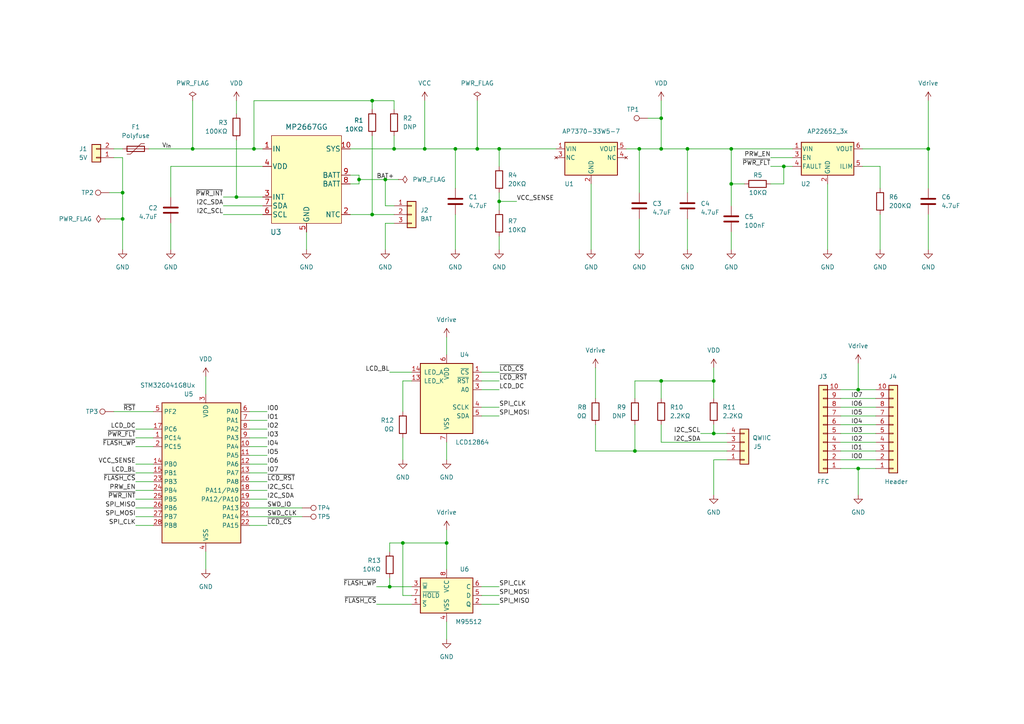
<source format=kicad_sch>
(kicad_sch (version 20230121) (generator eeschema)
  (paper "A4")
  (title_block (title "Klaptik-FX") (date "2023-08-17") (rev "0x03"))
  (lib_symbols
    (symbol "@jb:AP22652_3x" (pin_names (offset 0.254))
      (property "Reference" "U" (at -6.35 6.35 0))
      (property "Value" "AP22652_3x" (at -3.81 6.35 0))
      (symbol "AP22652_3x_0_1"
        (rectangle (start -7.62 4.445) (end 7.62 -5.08) (stroke (width 0.254)) (fill (type background)))
      )
      (symbol "AP22652_3x_1_0"
        (pin power_out line (at 10.16 2.54 180) (length 2.54) (name "VOUT") (number "6"))
      )
      (symbol "AP22652_3x_1_1"
        (pin power_in line (at -10.16 2.54 0) (length 2.54) (name "VIN") (number "1"))
        (pin power_in line (at 0 -7.62 90) (length 2.54) (name "GND") (number "2"))
        (pin input line (at -10.16 0 0) (length 2.54) (name "EN") (number "3"))
        (pin output line (at -10.16 -2.54 0) (length 2.54) (name "FAULT") (number "4"))
        (pin input line (at 10.16 -2.54 180) (length 2.54) (name "ILIM") (number "5"))
      )
    )
    (symbol "@jb:AP7370-33W5-7" (pin_names (offset 0.254))
      (property "Reference" "U" (at -6.35 6.35 0))
      (property "Value" "AP7370-33W5-7" (at -3.81 6.35 0))
      (symbol "AP7370-33W5-7_0_1"
        (rectangle (start -7.62 4.445) (end 7.62 -5.08) (stroke (width 0.254)) (fill (type background)))
      )
      (symbol "AP7370-33W5-7_1_1"
        (pin power_in line (at -10.16 2.54 0) (length 2.54) (name "VIN") (number "1"))
        (pin power_in line (at 0 -7.62 90) (length 2.54) (name "GND") (number "2"))
        (pin no_connect line (at -10.16 0 0) (length 2.54) (name "NC") (number "3"))
        (pin no_connect line (at 10.16 0 180) (length 2.54) (name "NC") (number "4"))
        (pin power_out line (at 10.16 2.54 180) (length 2.54) (name "VOUT") (number "5"))
      )
    )
    (symbol "@jb:LCD12864" (pin_names (offset 1.016))
      (property "Reference" "U" (at -5.842 11.684 0))
      (property "Value" "LCD12864" (at 1.524 11.684 0))
      (symbol "LCD12864_0_1"
        (rectangle (start -7.62 10.16) (end 7.62 -10.16) (stroke (width 0.254)) (fill (type background)))
      )
      (symbol "LCD12864_1_0"
        (pin no_connect line (at 10.16 1.27 180) (length 2.54) hide (name "NC") (number "12"))
      )
      (symbol "LCD12864_1_1"
        (pin input line (at -10.16 7.62 0) (length 2.54) (name "~{CS}") (number "1"))
        (pin no_connect line (at 10.16 -3.81 180) (length 2.54) hide (name "NC") (number "10"))
        (pin no_connect line (at 10.16 -1.27 180) (length 2.54) hide (name "NC") (number "11"))
        (pin output line (at 10.16 5.08 180) (length 2.54) (name "LED_K") (number "13"))
        (pin output line (at 10.16 7.62 180) (length 2.54) (name "LED_A") (number "14"))
        (pin input line (at -10.16 5.08 0) (length 2.54) (name "~{RST}") (number "2"))
        (pin input line (at -10.16 2.54 0) (length 2.54) (name "A0") (number "3"))
        (pin input line (at -10.16 -2.54 0) (length 2.54) (name "SCLK") (number "4"))
        (pin input line (at -10.16 -5.08 0) (length 2.54) (name "SDA") (number "5"))
        (pin power_in line (at 0 12.7 270) (length 2.54) (name "VDD") (number "6"))
        (pin power_in line (at 0 -12.7 90) (length 2.54) (name "VSS") (number "7"))
        (pin no_connect line (at 10.16 -8.89 180) (length 2.54) hide (name "NC") (number "8"))
        (pin no_connect line (at 10.16 -6.35 180) (length 2.54) hide (name "NC") (number "9"))
      )
    )
    (symbol "@jb:MP2667GG-xxxx-Z" (pin_names (offset 0.254))
      (property "Reference" "U" (at 2.54 17.78 0))
      (property "Value" "MP2667GG-xxxx-Z" (at 1.27 15.24 0))
      (symbol "MP2667GG-xxxx-Z_0_1"
        (rectangle (start -10.16 12.7) (end -10.16 12.7) (fill (type background)))
      )
      (symbol "MP2667GG-xxxx-Z_1_1"
        (rectangle (start -10.16 12.7) (end 10.16 -12.7) (fill (type background)))
        (pin power_in line (at -12.7 8.89 0) (length 2.54) (name "IN") (number "1"))
        (pin power_in line (at 12.7 8.89 180) (length 2.54) (name "SYS") (number "10"))
        (pin input line (at 12.7 -10.16 180) (length 2.54) (name "NTC") (number "2"))
        (pin output line (at -12.7 -5.08 0) (length 2.54) (name "INT") (number "3"))
        (pin input line (at -12.7 3.81 0) (length 2.54) (name "VDD") (number "4"))
        (pin power_in line (at 0 -15.24 90) (length 2.54) (name "GND") (number "5"))
        (pin bidirectional line (at -12.7 -10.16 0) (length 2.54) (name "SCL") (number "6"))
        (pin bidirectional line (at -12.7 -7.62 0) (length 2.54) (name "SDA") (number "7"))
        (pin power_in line (at 12.7 -1.27 180) (length 2.54) (name "BATT") (number "8"))
        (pin power_in line (at 12.7 1.27 180) (length 2.54) (name "BATT") (number "9"))
      )
    )
    (symbol "Connector:TestPoint" (pin_numbers hide) (pin_names (offset 0.762) hide)
      (property "Reference" "TP" (at 0 6.858 0))
      (property "Value" "TestPoint" (at 0 5.08 0))
      (symbol "TestPoint_0_1"
        (circle (center 0 3.302) (radius 0.762))
      )
      (symbol "TestPoint_1_1"
        (pin passive line (at 0 0 90) (length 2.54) (name "1") (number "1"))
      )
    )
    (symbol "Connector_Generic:Conn_01x02" (pin_names (offset 1.016) hide)
      (property "Reference" "J" (at 0 2.54 0))
      (property "Value" "Conn_01x02" (at 0 -5.08 0))
      (symbol "Conn_01x02_1_1"
        (rectangle (start -1.27 -2.413) (end 0 -2.667) (stroke (width 0.1524)))
        (rectangle (start -1.27 0.127) (end 0 -0.127) (stroke (width 0.1524)))
        (rectangle (start -1.27 1.27) (end 1.27 -3.81) (stroke (width 0.254)) (fill (type background)))
        (pin passive line (at -5.08 0 0) (length 3.81) (name "Pin_1") (number "1"))
        (pin passive line (at -5.08 -2.54 0) (length 3.81) (name "Pin_2") (number "2"))
      )
    )
    (symbol "Connector_Generic:Conn_01x03" (pin_names (offset 1.016) hide)
      (property "Reference" "J" (at 0 5.08 0))
      (property "Value" "Conn_01x03" (at 0 -5.08 0))
      (symbol "Conn_01x03_1_1"
        (rectangle (start -1.27 -2.413) (end 0 -2.667) (stroke (width 0.1524)))
        (rectangle (start -1.27 0.127) (end 0 -0.127) (stroke (width 0.1524)))
        (rectangle (start -1.27 2.667) (end 0 2.413) (stroke (width 0.1524)))
        (rectangle (start -1.27 3.81) (end 1.27 -3.81) (stroke (width 0.254)) (fill (type background)))
        (pin passive line (at -5.08 2.54 0) (length 3.81) (name "Pin_1") (number "1"))
        (pin passive line (at -5.08 0 0) (length 3.81) (name "Pin_2") (number "2"))
        (pin passive line (at -5.08 -2.54 0) (length 3.81) (name "Pin_3") (number "3"))
      )
    )
    (symbol "Connector_Generic:Conn_01x04" (pin_names (offset 1.016) hide)
      (property "Reference" "J" (at 0 5.08 0))
      (property "Value" "Conn_01x04" (at 0 -7.62 0))
      (symbol "Conn_01x04_1_1"
        (rectangle (start -1.27 -4.953) (end 0 -5.207) (stroke (width 0.1524)))
        (rectangle (start -1.27 -2.413) (end 0 -2.667) (stroke (width 0.1524)))
        (rectangle (start -1.27 0.127) (end 0 -0.127) (stroke (width 0.1524)))
        (rectangle (start -1.27 2.667) (end 0 2.413) (stroke (width 0.1524)))
        (rectangle (start -1.27 3.81) (end 1.27 -6.35) (stroke (width 0.254)) (fill (type background)))
        (pin passive line (at -5.08 2.54 0) (length 3.81) (name "Pin_1") (number "1"))
        (pin passive line (at -5.08 0 0) (length 3.81) (name "Pin_2") (number "2"))
        (pin passive line (at -5.08 -2.54 0) (length 3.81) (name "Pin_3") (number "3"))
        (pin passive line (at -5.08 -5.08 0) (length 3.81) (name "Pin_4") (number "4"))
      )
    )
    (symbol "Connector_Generic:Conn_01x10" (pin_names (offset 1.016) hide)
      (property "Reference" "J" (at 0 12.7 0))
      (property "Value" "Conn_01x10" (at 0 -15.24 0))
      (symbol "Conn_01x10_1_1"
        (rectangle (start -1.27 -12.573) (end 0 -12.827) (stroke (width 0.1524)))
        (rectangle (start -1.27 -10.033) (end 0 -10.287) (stroke (width 0.1524)))
        (rectangle (start -1.27 -7.493) (end 0 -7.747) (stroke (width 0.1524)))
        (rectangle (start -1.27 -4.953) (end 0 -5.207) (stroke (width 0.1524)))
        (rectangle (start -1.27 -2.413) (end 0 -2.667) (stroke (width 0.1524)))
        (rectangle (start -1.27 0.127) (end 0 -0.127) (stroke (width 0.1524)))
        (rectangle (start -1.27 2.667) (end 0 2.413) (stroke (width 0.1524)))
        (rectangle (start -1.27 5.207) (end 0 4.953) (stroke (width 0.1524)))
        (rectangle (start -1.27 7.747) (end 0 7.493) (stroke (width 0.1524)))
        (rectangle (start -1.27 10.287) (end 0 10.033) (stroke (width 0.1524)))
        (rectangle (start -1.27 11.43) (end 1.27 -13.97) (stroke (width 0.254)) (fill (type background)))
        (pin passive line (at -5.08 10.16 0) (length 3.81) (name "Pin_1") (number "1"))
        (pin passive line (at -5.08 -12.7 0) (length 3.81) (name "Pin_10") (number "10"))
        (pin passive line (at -5.08 7.62 0) (length 3.81) (name "Pin_2") (number "2"))
        (pin passive line (at -5.08 5.08 0) (length 3.81) (name "Pin_3") (number "3"))
        (pin passive line (at -5.08 2.54 0) (length 3.81) (name "Pin_4") (number "4"))
        (pin passive line (at -5.08 0 0) (length 3.81) (name "Pin_5") (number "5"))
        (pin passive line (at -5.08 -2.54 0) (length 3.81) (name "Pin_6") (number "6"))
        (pin passive line (at -5.08 -5.08 0) (length 3.81) (name "Pin_7") (number "7"))
        (pin passive line (at -5.08 -7.62 0) (length 3.81) (name "Pin_8") (number "8"))
        (pin passive line (at -5.08 -10.16 0) (length 3.81) (name "Pin_9") (number "9"))
      )
    )
    (symbol "Device:C" (pin_numbers hide) (pin_names (offset 0.254))
      (property "Reference" "C" (at 0.635 2.54 0))
      (property "Value" "C" (at 0.635 -2.54 0))
      (symbol "C_0_1"
        (polyline (pts (xy -2.032 -0.762) (xy 2.032 -0.762)) (stroke (width 0.508)))
        (polyline (pts (xy -2.032 0.762) (xy 2.032 0.762)) (stroke (width 0.508)))
      )
      (symbol "C_1_1"
        (pin passive line (at 0 3.81 270) (length 2.794) (name "~") (number "1"))
        (pin passive line (at 0 -3.81 90) (length 2.794) (name "~") (number "2"))
      )
    )
    (symbol "Device:Polyfuse" (pin_numbers hide) (pin_names (offset 0))
      (property "Reference" "F" (at -2.54 0 90))
      (property "Value" "Polyfuse" (at 2.54 0 90))
      (symbol "Polyfuse_0_1"
        (rectangle (start -0.762 2.54) (end 0.762 -2.54) (stroke (width 0.254)))
        (polyline (pts (xy 0 2.54) (xy 0 -2.54)))
        (polyline (pts (xy -1.524 2.54) (xy -1.524 1.524) (xy 1.524 -1.524) (xy 1.524 -2.54)))
      )
      (symbol "Polyfuse_1_1"
        (pin passive line (at 0 3.81 270) (length 1.27) (name "~") (number "1"))
        (pin passive line (at 0 -3.81 90) (length 1.27) (name "~") (number "2"))
      )
    )
    (symbol "Device:R" (pin_numbers hide) (pin_names (offset 0))
      (property "Reference" "R" (at 2.032 0 90))
      (property "Value" "R" (at 0 0 90))
      (symbol "R_0_1"
        (rectangle (start -1.016 -2.54) (end 1.016 2.54) (stroke (width 0.254)))
      )
      (symbol "R_1_1"
        (pin passive line (at 0 3.81 270) (length 1.27) (name "~") (number "1"))
        (pin passive line (at 0 -3.81 90) (length 1.27) (name "~") (number "2"))
      )
    )
    (symbol "MCU_ST_STM32G0:STM32G041G8Ux"
      (property "Reference" "U" (at -10.16 21.59 0))
      (property "Value" "STM32G041G8Ux" (at 5.08 21.59 0))
      (symbol "STM32G041G8Ux_0_1"
        (rectangle (start -10.16 -20.32) (end 12.7 20.32) (stroke (width 0.254)) (fill (type background)))
      )
      (symbol "STM32G041G8Ux_1_1"
        (pin bidirectional line (at -12.7 10.16 0) (length 2.54) (name "PC14") (number "1"))
        (pin bidirectional line (at 15.24 7.62 180) (length 2.54) (name "PA4") (number "10"))
        (pin bidirectional line (at 15.24 5.08 180) (length 2.54) (name "PA5") (number "11"))
        (pin bidirectional line (at 15.24 2.54 180) (length 2.54) (name "PA6") (number "12"))
        (pin bidirectional line (at 15.24 0 180) (length 2.54) (name "PA7") (number "13"))
        (pin bidirectional line (at -12.7 2.54 0) (length 2.54) (name "PB0") (number "14"))
        (pin bidirectional line (at -12.7 0 0) (length 2.54) (name "PB1") (number "15"))
        (pin bidirectional line (at 15.24 -2.54 180) (length 2.54) (name "PA8") (number "16"))
        (pin bidirectional line (at -12.7 12.7 0) (length 2.54) (name "PC6") (number "17"))
        (pin bidirectional line (at 15.24 -5.08 180) (length 2.54) (name "PA11/PA9") (number "18"))
        (pin bidirectional line (at 15.24 -7.62 180) (length 2.54) (name "PA12/PA10") (number "19"))
        (pin bidirectional line (at -12.7 7.62 0) (length 2.54) (name "PC15") (number "2"))
        (pin bidirectional line (at 15.24 -10.16 180) (length 2.54) (name "PA13") (number "20"))
        (pin bidirectional line (at 15.24 -12.7 180) (length 2.54) (name "PA14") (number "21"))
        (pin bidirectional line (at 15.24 -15.24 180) (length 2.54) (name "PA15") (number "22"))
        (pin bidirectional line (at -12.7 -2.54 0) (length 2.54) (name "PB3") (number "23"))
        (pin bidirectional line (at -12.7 -5.08 0) (length 2.54) (name "PB4") (number "24"))
        (pin bidirectional line (at -12.7 -7.62 0) (length 2.54) (name "PB5") (number "25"))
        (pin bidirectional line (at -12.7 -10.16 0) (length 2.54) (name "PB6") (number "26"))
        (pin bidirectional line (at -12.7 -12.7 0) (length 2.54) (name "PB7") (number "27"))
        (pin bidirectional line (at -12.7 -15.24 0) (length 2.54) (name "PB8") (number "28"))
        (pin power_in line (at 2.54 22.86 270) (length 2.54) (name "VDD") (number "3"))
        (pin power_in line (at 2.54 -22.86 90) (length 2.54) (name "VSS") (number "4"))
        (pin bidirectional line (at -12.7 17.78 0) (length 2.54) (name "PF2") (number "5"))
        (pin bidirectional line (at 15.24 17.78 180) (length 2.54) (name "PA0") (number "6"))
        (pin bidirectional line (at 15.24 15.24 180) (length 2.54) (name "PA1") (number "7"))
        (pin bidirectional line (at 15.24 12.7 180) (length 2.54) (name "PA2") (number "8"))
        (pin bidirectional line (at 15.24 10.16 180) (length 2.54) (name "PA3") (number "9"))
      )
    )
    (symbol "Memory_EEPROM:M95256-WMN6P"
      (property "Reference" "U" (at -7.62 6.35 0))
      (property "Value" "M95256-WMN6P" (at 2.54 -6.35 0))
      (symbol "M95256-WMN6P_1_1"
        (rectangle (start -7.62 5.08) (end 7.62 -5.08) (stroke (width 0.254)) (fill (type background)))
        (pin input line (at -10.16 -2.54 0) (length 2.54) (name "~{S}") (number "1"))
        (pin output line (at 10.16 -2.54 180) (length 2.54) (name "Q") (number "2"))
        (pin input line (at -10.16 2.54 0) (length 2.54) (name "~{W}") (number "3"))
        (pin power_in line (at 0 -7.62 90) (length 2.54) (name "VSS") (number "4"))
        (pin input line (at 10.16 0 180) (length 2.54) (name "D") (number "5"))
        (pin input line (at 10.16 2.54 180) (length 2.54) (name "C") (number "6"))
        (pin input line (at -10.16 0 0) (length 2.54) (name "~{HOLD}") (number "7"))
        (pin power_in line (at 0 7.62 270) (length 2.54) (name "VCC") (number "8"))
      )
    )
    (symbol "power:GND" (power) (pin_names (offset 0))
      (property "Value" "GND" (at 0 -3.81 0))
      (symbol "GND_0_1"
        (polyline (pts (xy 0 0) (xy 0 -1.27) (xy 1.27 -1.27) (xy 0 -2.54) (xy -1.27 -1.27) (xy 0 -1.27)))
      )
      (symbol "GND_1_1"
        (pin power_in line (at 0 0 270) (length 0) hide (name "GND") (number "1"))
      )
    )
    (symbol "power:PWR_FLAG" (power) (pin_numbers hide) (pin_names (offset 0) hide)
      (property "Value" "PWR_FLAG" (at 0 3.81 0))
      (symbol "PWR_FLAG_0_0"
        (pin power_out line (at 0 0 90) (length 0) (name "pwr") (number "1"))
      )
      (symbol "PWR_FLAG_0_1"
        (polyline (pts (xy 0 0) (xy 0 1.27) (xy -1.016 1.905) (xy 0 2.54) (xy 1.016 1.905) (xy 0 1.27)))
      )
    )
    (symbol "power:VCC" (power) (pin_names (offset 0))
      (property "Value" "VCC" (at 0 3.81 0))
      (symbol "VCC_0_1"
        (polyline (pts (xy -0.762 1.27) (xy 0 2.54)))
        (polyline (pts (xy 0 0) (xy 0 2.54)))
        (polyline (pts (xy 0 2.54) (xy 0.762 1.27)))
      )
      (symbol "VCC_1_1"
        (pin power_in line (at 0 0 90) (length 0) hide (name "VCC") (number "1"))
      )
    )
    (symbol "power:VDD" (power) (pin_names (offset 0))
      (property "Value" "VDD" (at 0 3.81 0))
      (symbol "VDD_0_1"
        (polyline (pts (xy -0.762 1.27) (xy 0 2.54)))
        (polyline (pts (xy 0 0) (xy 0 2.54)))
        (polyline (pts (xy 0 2.54) (xy 0.762 1.27)))
      )
      (symbol "VDD_1_1"
        (pin power_in line (at 0 0 90) (length 0) hide (name "VDD") (number "1"))
      )
    )
    (symbol "power:Vdrive" (power) (pin_names (offset 0))
      (property "Value" "Vdrive" (at 0 3.81 0))
      (symbol "Vdrive_0_1"
        (polyline (pts (xy -0.762 1.27) (xy 0 2.54)))
        (polyline (pts (xy 0 0) (xy 0 2.54)))
        (polyline (pts (xy 0 2.54) (xy 0.762 1.27)))
      )
      (symbol "Vdrive_1_1"
        (pin power_in line (at 0 0 90) (length 0) hide (name "Vdrive") (number "1"))
      )
    )
  )
  (junction (at 35.56 63.5))
  (junction (at 212.09 53.34))
  (junction (at 107.95 29.21))
  (junction (at 104.14 52.07))
  (junction (at 113.03 170.18))
  (junction (at 111.76 52.07))
  (junction (at 248.92 113.03))
  (junction (at 269.24 43.18))
  (junction (at 116.84 157.48))
  (junction (at 123.19 43.18))
  (junction (at 68.58 57.15))
  (junction (at 191.77 43.18))
  (junction (at 138.43 43.18))
  (junction (at 207.01 110.49))
  (junction (at 55.88 43.18))
  (junction (at 184.15 130.81))
  (junction (at 212.09 43.18))
  (junction (at 207.01 125.73))
  (junction (at 114.3 43.18))
  (junction (at 227.33 48.26))
  (junction (at 199.39 43.18))
  (junction (at 185.42 43.18))
  (junction (at 107.95 62.23))
  (junction (at 144.78 43.18))
  (junction (at 248.92 135.89))
  (junction (at 73.66 43.18))
  (junction (at 35.56 55.88))
  (junction (at 144.78 58.42))
  (junction (at 129.54 157.48))
  (junction (at 132.08 43.18))
  (junction (at 191.77 34.29))
  (junction (at 191.77 110.49))
  (wire (pts (xy 77.47 129.54) (xy 72.39 129.54)))
  (wire (pts (xy 207.01 106.68) (xy 207.01 110.49)))
  (wire (pts (xy 73.66 43.18) (xy 76.2 43.18)))
  (wire (pts (xy 172.72 123.19) (xy 172.72 130.81)))
  (wire (pts (xy 116.84 157.48) (xy 129.54 157.48)))
  (wire (pts (xy 123.19 29.21) (xy 123.19 43.18)))
  (wire (pts (xy 72.39 149.86) (xy 87.63 149.86)))
  (wire (pts (xy 88.9 72.39) (xy 88.9 67.31)))
  (wire (pts (xy 116.84 110.49) (xy 119.38 110.49)))
  (wire (pts (xy 243.84 115.57) (xy 254 115.57)))
  (wire (pts (xy 255.27 54.61) (xy 255.27 48.26)))
  (wire (pts (xy 111.76 52.07) (xy 111.76 59.69)))
  (wire (pts (xy 227.33 48.26) (xy 229.87 48.26)))
  (wire (pts (xy 269.24 43.18) (xy 269.24 54.61)))
  (wire (pts (xy 144.78 55.88) (xy 144.78 58.42)))
  (wire (pts (xy 111.76 52.07) (xy 104.14 52.07)))
  (wire (pts (xy 123.19 43.18) (xy 132.08 43.18)))
  (wire (pts (xy 114.3 43.18) (xy 123.19 43.18)))
  (wire (pts (xy 39.37 127) (xy 44.45 127)))
  (wire (pts (xy 199.39 43.18) (xy 212.09 43.18)))
  (wire (pts (xy 77.47 124.46) (xy 72.39 124.46)))
  (wire (pts (xy 64.77 57.15) (xy 68.58 57.15)))
  (wire (pts (xy 243.84 128.27) (xy 254 128.27)))
  (wire (pts (xy 181.61 43.18) (xy 185.42 43.18)))
  (wire (pts (xy 184.15 110.49) (xy 184.15 115.57)))
  (wire (pts (xy 144.78 120.65) (xy 139.7 120.65)))
  (wire (pts (xy 185.42 43.18) (xy 185.42 55.88)))
  (wire (pts (xy 199.39 43.18) (xy 199.39 55.88)))
  (wire (pts (xy 30.48 63.5) (xy 35.56 63.5)))
  (wire (pts (xy 77.47 142.24) (xy 72.39 142.24)))
  (wire (pts (xy 129.54 128.27) (xy 129.54 133.35)))
  (wire (pts (xy 248.92 105.41) (xy 248.92 113.03)))
  (wire (pts (xy 212.09 53.34) (xy 212.09 59.69)))
  (wire (pts (xy 199.39 72.39) (xy 199.39 63.5)))
  (wire (pts (xy 59.69 109.22) (xy 59.69 114.3)))
  (wire (pts (xy 144.78 110.49) (xy 139.7 110.49)))
  (wire (pts (xy 207.01 143.51) (xy 207.01 133.35)))
  (wire (pts (xy 111.76 59.69) (xy 114.3 59.69)))
  (wire (pts (xy 144.78 58.42) (xy 144.78 60.96)))
  (wire (pts (xy 138.43 29.21) (xy 138.43 43.18)))
  (wire (pts (xy 116.84 133.35) (xy 116.84 127)))
  (wire (pts (xy 64.77 59.69) (xy 76.2 59.69)))
  (wire (pts (xy 39.37 129.54) (xy 44.45 129.54)))
  (wire (pts (xy 113.03 107.95) (xy 119.38 107.95)))
  (wire (pts (xy 101.6 43.18) (xy 114.3 43.18)))
  (wire (pts (xy 115.57 52.07) (xy 111.76 52.07)))
  (wire (pts (xy 77.47 134.62) (xy 72.39 134.62)))
  (wire (pts (xy 185.42 72.39) (xy 185.42 63.5)))
  (wire (pts (xy 248.92 143.51) (xy 248.92 135.89)))
  (wire (pts (xy 73.66 29.21) (xy 73.66 43.18)))
  (wire (pts (xy 33.02 45.72) (xy 35.56 45.72)))
  (wire (pts (xy 129.54 153.67) (xy 129.54 157.48)))
  (wire (pts (xy 191.77 110.49) (xy 207.01 110.49)))
  (wire (pts (xy 144.78 43.18) (xy 144.78 48.26)))
  (wire (pts (xy 104.14 52.07) (xy 104.14 50.8)))
  (wire (pts (xy 113.03 170.18) (xy 119.38 170.18)))
  (wire (pts (xy 207.01 133.35) (xy 210.82 133.35)))
  (wire (pts (xy 212.09 53.34) (xy 215.9 53.34)))
  (wire (pts (xy 114.3 39.37) (xy 114.3 43.18)))
  (wire (pts (xy 107.95 39.37) (xy 107.95 62.23)))
  (wire (pts (xy 144.78 170.18) (xy 139.7 170.18)))
  (wire (pts (xy 68.58 40.64) (xy 68.58 57.15)))
  (wire (pts (xy 138.43 43.18) (xy 144.78 43.18)))
  (wire (pts (xy 77.47 119.38) (xy 72.39 119.38)))
  (wire (pts (xy 35.56 63.5) (xy 35.56 72.39)))
  (wire (pts (xy 39.37 124.46) (xy 44.45 124.46)))
  (wire (pts (xy 254 113.03) (xy 248.92 113.03)))
  (wire (pts (xy 144.78 113.03) (xy 139.7 113.03)))
  (wire (pts (xy 187.96 34.29) (xy 191.77 34.29)))
  (wire (pts (xy 248.92 135.89) (xy 243.84 135.89)))
  (wire (pts (xy 191.77 128.27) (xy 210.82 128.27)))
  (wire (pts (xy 116.84 119.38) (xy 116.84 110.49)))
  (wire (pts (xy 39.37 139.7) (xy 44.45 139.7)))
  (wire (pts (xy 191.77 110.49) (xy 184.15 110.49)))
  (wire (pts (xy 227.33 53.34) (xy 227.33 48.26)))
  (wire (pts (xy 243.84 123.19) (xy 254 123.19)))
  (wire (pts (xy 243.84 120.65) (xy 254 120.65)))
  (wire (pts (xy 255.27 72.39) (xy 255.27 62.23)))
  (wire (pts (xy 39.37 142.24) (xy 44.45 142.24)))
  (wire (pts (xy 109.22 175.26) (xy 119.38 175.26)))
  (wire (pts (xy 77.47 127) (xy 72.39 127)))
  (wire (pts (xy 172.72 106.68) (xy 172.72 115.57)))
  (wire (pts (xy 132.08 43.18) (xy 132.08 54.61)))
  (wire (pts (xy 39.37 152.4) (xy 44.45 152.4)))
  (wire (pts (xy 55.88 29.21) (xy 55.88 43.18)))
  (wire (pts (xy 250.19 43.18) (xy 269.24 43.18)))
  (wire (pts (xy 77.47 121.92) (xy 72.39 121.92)))
  (wire (pts (xy 210.82 125.73) (xy 207.01 125.73)))
  (wire (pts (xy 144.78 175.26) (xy 139.7 175.26)))
  (wire (pts (xy 172.72 130.81) (xy 184.15 130.81)))
  (wire (pts (xy 107.95 29.21) (xy 107.95 31.75)))
  (wire (pts (xy 39.37 149.86) (xy 44.45 149.86)))
  (wire (pts (xy 149.86 58.42) (xy 144.78 58.42)))
  (wire (pts (xy 223.52 53.34) (xy 227.33 53.34)))
  (wire (pts (xy 171.45 72.39) (xy 171.45 53.34)))
  (wire (pts (xy 119.38 172.72) (xy 116.84 172.72)))
  (wire (pts (xy 64.77 62.23) (xy 76.2 62.23)))
  (wire (pts (xy 240.03 72.39) (xy 240.03 53.34)))
  (wire (pts (xy 191.77 43.18) (xy 199.39 43.18)))
  (wire (pts (xy 243.84 118.11) (xy 254 118.11)))
  (wire (pts (xy 35.56 43.18) (xy 33.02 43.18)))
  (wire (pts (xy 68.58 57.15) (xy 76.2 57.15)))
  (wire (pts (xy 269.24 72.39) (xy 269.24 62.23)))
  (wire (pts (xy 248.92 113.03) (xy 243.84 113.03)))
  (wire (pts (xy 132.08 43.18) (xy 138.43 43.18)))
  (wire (pts (xy 184.15 123.19) (xy 184.15 130.81)))
  (wire (pts (xy 243.84 125.73) (xy 254 125.73)))
  (wire (pts (xy 144.78 43.18) (xy 161.29 43.18)))
  (wire (pts (xy 207.01 125.73) (xy 207.01 123.19)))
  (wire (pts (xy 113.03 160.02) (xy 113.03 157.48)))
  (wire (pts (xy 39.37 144.78) (xy 44.45 144.78)))
  (wire (pts (xy 212.09 72.39) (xy 212.09 67.31)))
  (wire (pts (xy 207.01 125.73) (xy 203.2 125.73)))
  (wire (pts (xy 77.47 132.08) (xy 72.39 132.08)))
  (wire (pts (xy 101.6 62.23) (xy 107.95 62.23)))
  (wire (pts (xy 104.14 53.34) (xy 101.6 53.34)))
  (wire (pts (xy 132.08 72.39) (xy 132.08 62.23)))
  (wire (pts (xy 111.76 64.77) (xy 114.3 64.77)))
  (wire (pts (xy 207.01 115.57) (xy 207.01 110.49)))
  (wire (pts (xy 243.84 133.35) (xy 254 133.35)))
  (wire (pts (xy 113.03 157.48) (xy 116.84 157.48)))
  (wire (pts (xy 101.6 50.8) (xy 104.14 50.8)))
  (wire (pts (xy 55.88 43.18) (xy 73.66 43.18)))
  (wire (pts (xy 31.75 55.88) (xy 35.56 55.88)))
  (wire (pts (xy 107.95 29.21) (xy 114.3 29.21)))
  (wire (pts (xy 185.42 43.18) (xy 191.77 43.18)))
  (wire (pts (xy 77.47 137.16) (xy 72.39 137.16)))
  (wire (pts (xy 184.15 130.81) (xy 210.82 130.81)))
  (wire (pts (xy 116.84 157.48) (xy 116.84 172.72)))
  (wire (pts (xy 73.66 29.21) (xy 107.95 29.21)))
  (wire (pts (xy 129.54 97.79) (xy 129.54 102.87)))
  (wire (pts (xy 35.56 55.88) (xy 35.56 63.5)))
  (wire (pts (xy 113.03 167.64) (xy 113.03 170.18)))
  (wire (pts (xy 49.53 72.39) (xy 49.53 64.77)))
  (wire (pts (xy 269.24 29.21) (xy 269.24 43.18)))
  (wire (pts (xy 144.78 172.72) (xy 139.7 172.72)))
  (wire (pts (xy 59.69 165.1) (xy 59.69 160.02)))
  (wire (pts (xy 111.76 64.77) (xy 111.76 72.39)))
  (wire (pts (xy 191.77 29.21) (xy 191.77 34.29)))
  (wire (pts (xy 109.22 170.18) (xy 113.03 170.18)))
  (wire (pts (xy 254 135.89) (xy 248.92 135.89)))
  (wire (pts (xy 35.56 45.72) (xy 35.56 55.88)))
  (wire (pts (xy 39.37 137.16) (xy 44.45 137.16)))
  (wire (pts (xy 129.54 185.42) (xy 129.54 180.34)))
  (wire (pts (xy 114.3 29.21) (xy 114.3 31.75)))
  (wire (pts (xy 223.52 48.26) (xy 227.33 48.26)))
  (wire (pts (xy 39.37 147.32) (xy 44.45 147.32)))
  (wire (pts (xy 77.47 144.78) (xy 72.39 144.78)))
  (wire (pts (xy 191.77 34.29) (xy 191.77 43.18)))
  (wire (pts (xy 223.52 45.72) (xy 229.87 45.72)))
  (wire (pts (xy 104.14 52.07) (xy 104.14 53.34)))
  (wire (pts (xy 76.2 48.26) (xy 49.53 48.26)))
  (wire (pts (xy 49.53 48.26) (xy 49.53 57.15)))
  (wire (pts (xy 39.37 134.62) (xy 44.45 134.62)))
  (wire (pts (xy 212.09 43.18) (xy 229.87 43.18)))
  (wire (pts (xy 144.78 107.95) (xy 139.7 107.95)))
  (wire (pts (xy 129.54 157.48) (xy 129.54 165.1)))
  (wire (pts (xy 144.78 118.11) (xy 139.7 118.11)))
  (wire (pts (xy 43.18 43.18) (xy 55.88 43.18)))
  (wire (pts (xy 107.95 62.23) (xy 114.3 62.23)))
  (wire (pts (xy 87.63 147.32) (xy 72.39 147.32)))
  (wire (pts (xy 191.77 110.49) (xy 191.77 115.57)))
  (wire (pts (xy 212.09 43.18) (xy 212.09 53.34)))
  (wire (pts (xy 68.58 29.21) (xy 68.58 33.02)))
  (wire (pts (xy 243.84 130.81) (xy 254 130.81)))
  (wire (pts (xy 144.78 68.58) (xy 144.78 72.39)))
  (wire (pts (xy 77.47 152.4) (xy 72.39 152.4)))
  (wire (pts (xy 191.77 128.27) (xy 191.77 123.19)))
  (wire (pts (xy 255.27 48.26) (xy 250.19 48.26)))
  (wire (pts (xy 77.47 139.7) (xy 72.39 139.7)))
  (wire (pts (xy 33.02 119.38) (xy 44.45 119.38)))
  (label "SPI_CLK" (at 39.37 152.4 180))
  (label "I2C_SCL" (at 64.77 62.23 180))
  (label "SPI_CLK" (at 144.78 118.11 0))
  (label "I2C_SDA" (at 64.77 59.69 180))
  (label "IO5" (at 77.47 132.08 0))
  (label "~{LCD_RST}" (at 144.78 110.49 0))
  (label "IO4" (at 250.19 123.19 180))
  (label "~{LCD_CS}" (at 77.47 152.4 0))
  (label "SPI_MOSI" (at 144.78 120.65 0))
  (label "I2C_SCL" (at 77.47 142.24 0))
  (label "~{RST}" (at 39.37 119.38 180))
  (label "~{PWR_FLT}" (at 39.37 127 180))
  (label "~{LCD_RST}" (at 77.47 139.7 0))
  (label "IO1" (at 250.19 130.81 180))
  (label "I2C_SDA" (at 77.47 144.78 0))
  (label "LCD_DC" (at 144.78 113.03 0))
  (label "IO4" (at 77.47 129.54 0))
  (label "IO3" (at 77.47 127 0))
  (label "IO1" (at 77.47 121.92 0))
  (label "LCD_DC" (at 39.37 124.46 180))
  (label "SPI_CLK" (at 144.78 170.18 0))
  (label "IO0" (at 250.19 133.35 180))
  (label "~{PWR_INT}" (at 39.37 144.78 180))
  (label "PRW_EN" (at 39.37 142.24 180))
  (label "PRW_EN" (at 223.52 45.72 180))
  (label "~{FLASH_WP}" (at 109.22 170.18 180))
  (label "~{FLASH_CS}" (at 109.22 175.26 180))
  (label "~{LCD_CS}" (at 144.78 107.95 0))
  (label "~{PWR_FLT}" (at 223.52 48.26 180))
  (label "LCD_BL" (at 39.37 137.16 180))
  (label "IO6" (at 250.19 118.11 180))
  (label "I2C_SCL" (at 203.2 125.73 180))
  (label "~{FLASH_WP}" (at 39.37 129.54 180))
  (label "IO5" (at 250.19 120.65 180))
  (label "V_{in}" (at 46.99 43.18 0))
  (label "SPI_MISO" (at 144.78 175.26 0))
  (label "IO2" (at 250.19 128.27 180))
  (label "IO6" (at 77.47 134.62 0))
  (label "IO7" (at 77.47 137.16 0))
  (label "SWD_CLK" (at 77.47 149.86 0))
  (label "SPI_MOSI" (at 39.37 149.86 180))
  (label "VCC_SENSE" (at 39.37 134.62 180))
  (label "VCC_SENSE" (at 149.86 58.42 0))
  (label "SWD_IO" (at 77.47 147.32 0))
  (label "IO7" (at 250.19 115.57 180))
  (label "BAT+" (at 109.22 52.07 0))
  (label "IO0" (at 77.47 119.38 0))
  (label "IO2" (at 77.47 124.46 0))
  (label "SPI_MOSI" (at 144.78 172.72 0))
  (label "~{FLASH_CS}" (at 39.37 139.7 180))
  (label "SPI_MISO" (at 39.37 147.32 180))
  (label "LCD_BL" (at 113.03 107.95 180))
  (label "IO3" (at 250.19 125.73 180))
  (label "I2C_SDA" (at 203.2 128.27 180))
  (label "~{PWR_INT}" (at 64.77 57.15 180))
  (symbol (lib_id "Device:R") (at 116.84 123.19 0) (mirror y) (unit 1)
    (property "Reference" "R12" (at 114.3 121.92 0) (effects (justify left)))
    (property "Value" "0Ω" (at 114.3 124.46 0) (effects (justify left)))
    (property "Footprint" "Resistor_SMD:R_0402_1005Metric" (effects hide))
  )
  (symbol (lib_id "power:GND") (at 185.42 72.39 0) (unit 1)
    (property "Reference" "#PWR012" (effects hide))
    (property "Value" "GND" (at 185.42 77.47 0))
  )
  (symbol (lib_id "power:GND") (at 132.08 72.39 0) (unit 1)
    (property "Reference" "#PWR09" (effects hide))
    (property "Value" "GND" (at 132.08 77.47 0))
  )
  (symbol (lib_id "@jb:AP7370-33W5-7") (at 171.45 45.72 0) (unit 1)
    (property "Reference" "U1" (at 165.1 53.34 0))
    (property "Value" "AP7370-33W5-7" (at 171.45 38.1 0))
    (property "Footprint" "Package_TO_SOT_SMD:TSOT-23-5" (effects hide))
    (property "Datasheet" "https://www.mouser.com/datasheet/2/115/AP7370-1605740.pdf" (effects hide))
  )
  (symbol (lib_id "power:GND") (at 35.56 72.39 0) (unit 1)
    (property "Reference" "#PWR05" (effects hide))
    (property "Value" "GND" (at 35.56 77.47 0))
  )
  (symbol (lib_id "Device:R") (at 184.15 119.38 0) (mirror x) (unit 1)
    (property "Reference" "R9" (at 181.61 118.11 0) (effects (justify right)))
    (property "Value" "DNP" (at 181.61 120.65 0) (effects (justify right)))
    (property "Footprint" "Resistor_SMD:R_0402_1005Metric" (effects hide))
  )
  (symbol (lib_id "Connector:TestPoint") (at 87.63 147.32 270) (unit 1)
    (property "Reference" "TP4" (at 93.98 147.32 90))
    (property "Value" "SWD IO" (effects hide))
    (property "Footprint" "TestPoint:TestPoint_Pad_D1.0mm" (effects hide))
  )
  (symbol (lib_id "power:GND") (at 269.24 72.39 0) (unit 1)
    (property "Reference" "#PWR017" (effects hide))
    (property "Value" "GND" (at 269.24 77.47 0))
  )
  (symbol (lib_id "Device:R") (at 255.27 58.42 0) (unit 1)
    (property "Reference" "R6" (at 257.81 57.15 0) (effects (justify left)))
    (property "Value" "200KΩ" (at 257.81 59.69 0) (effects (justify left)))
    (property "Footprint" "Resistor_SMD:R_0402_1005Metric" (effects hide))
  )
  (symbol (lib_id "Device:R") (at 144.78 64.77 0) (unit 1)
    (property "Reference" "R7" (at 147.32 64.135 0) (effects (justify left)))
    (property "Value" "10KΩ" (at 147.32 66.675 0) (effects (justify left)))
    (property "Footprint" "Resistor_SMD:R_0402_1005Metric" (effects hide))
  )
  (symbol (lib_id "@jb:MP2667GG-xxxx-Z") (at 88.9 52.07 0) (unit 1)
    (property "Reference" "U3" (at 80.01 67.31 0) (effects (font (size 1.524 1.524))))
    (property "Value" "MP2667GG" (at 88.9 36.83 0) (effects (font (size 1.524 1.524))))
    (property "Footprint" "@jb:MP2667GG-xxxx-Z" (effects hide))
  )
  (symbol (lib_id "power:GND") (at 59.69 165.1 0) (unit 1)
    (property "Reference" "#PWR028" (effects hide))
    (property "Value" "GND" (at 59.69 170.18 0))
  )
  (symbol (lib_id "power:Vdrive") (at 269.24 29.21 0) (unit 1)
    (property "Reference" "#PWR04" (effects hide))
    (property "Value" "Vdrive" (at 269.24 24.13 0))
  )
  (symbol (lib_id "power:Vdrive") (at 129.54 97.79 0) (unit 1)
    (property "Reference" "#PWR018" (effects hide))
    (property "Value" "Vdrive" (at 129.54 92.71 0))
  )
  (symbol (lib_id "power:GND") (at 116.84 133.35 0) (unit 1)
    (property "Reference" "#PWR023" (effects hide))
    (property "Value" "GND" (at 116.84 138.43 0))
  )
  (symbol (lib_id "Device:C") (at 269.24 58.42 0) (unit 1)
    (property "Reference" "C6" (at 273.05 57.15 0) (effects (justify left)))
    (property "Value" "4.7uF" (at 273.05 59.69 0) (effects (justify left)))
    (property "Footprint" "Capacitor_SMD:C_0402_1005Metric" (effects hide))
  )
  (symbol (lib_id "Connector:TestPoint") (at 31.75 55.88 90) (unit 1)
    (property "Reference" "TP2" (at 25.4 55.88 90))
    (property "Value" "GND" (effects hide))
    (property "Footprint" "TestPoint:TestPoint_Pad_D1.0mm" (effects hide))
  )
  (symbol (lib_id "power:Vdrive") (at 129.54 153.67 0) (unit 1)
    (property "Reference" "#PWR027" (effects hide))
    (property "Value" "Vdrive" (at 129.54 148.59 0))
  )
  (symbol (lib_id "power:GND") (at 129.54 185.42 0) (unit 1)
    (property "Reference" "#PWR029" (effects hide))
    (property "Value" "GND" (at 129.54 190.5 0))
  )
  (symbol (lib_id "power:GND") (at 255.27 72.39 0) (unit 1)
    (property "Reference" "#PWR016" (effects hide))
    (property "Value" "GND" (at 255.27 77.47 0))
  )
  (symbol (lib_id "Device:R") (at 207.01 119.38 0) (unit 1)
    (property "Reference" "R11" (at 209.55 118.11 0) (effects (justify left)))
    (property "Value" "2.2KΩ" (at 209.55 120.65 0) (effects (justify left)))
    (property "Footprint" "Resistor_SMD:R_0402_1005Metric" (effects hide))
  )
  (symbol (lib_id "power:GND") (at 88.9 72.39 0) (unit 1)
    (property "Reference" "#PWR07" (effects hide))
    (property "Value" "GND" (at 88.9 77.47 0))
  )
  (symbol (lib_id "Connector_Generic:Conn_01x02") (at 27.94 45.72 180) (unit 1)
    (property "Reference" "J1" (at 24.13 43.18 0))
    (property "Value" "5V" (at 24.13 45.72 0))
    (property "Footprint" "Connector_PinHeader_2.54mm:PinHeader_1x02_P2.54mm_Vertical" (effects hide))
  )
  (symbol (lib_id "Device:C") (at 199.39 59.69 0) (unit 1)
    (property "Reference" "C4" (at 203.2 59.055 0) (effects (justify left)))
    (property "Value" "4.7uF" (at 203.2 61.595 0) (effects (justify left)))
    (property "Footprint" "Capacitor_SMD:C_0402_1005Metric" (effects hide))
  )
  (symbol (lib_id "Device:R") (at 191.77 119.38 0) (unit 1)
    (property "Reference" "R10" (at 194.31 118.11 0) (effects (justify left)))
    (property "Value" "2.2KΩ" (at 194.31 120.65 0) (effects (justify left)))
    (property "Footprint" "Resistor_SMD:R_0402_1005Metric" (effects hide))
  )
  (symbol (lib_id "@jb:LCD12864") (at 129.54 115.57 0) (mirror y) (unit 1)
    (property "Reference" "U4" (at 133.35 102.87 0) (effects (justify right)))
    (property "Value" "LCD12864" (at 132.08 128.27 0) (effects (justify right)))
    (property "Footprint" "@jb:LCD_FPC_1x14_P0.80mm" (effects hide))
  )
  (symbol (lib_id "power:GND") (at 49.53 72.39 0) (unit 1)
    (property "Reference" "#PWR06" (effects hide))
    (property "Value" "GND" (at 49.53 77.47 0))
  )
  (symbol (lib_id "Connector_Generic:Conn_01x10") (at 238.76 125.73 180) (unit 1)
    (property "Reference" "J3" (at 238.76 109.22 0))
    (property "Value" "FFC" (at 238.76 139.7 0))
    (property "Footprint" "Connector_FFC-FPC:Molex_54548-1071_1x10-1MP_P0.5mm_Horizontal" (effects hide))
  )
  (symbol (lib_id "Device:R") (at 113.03 163.83 0) (mirror y) (unit 1)
    (property "Reference" "R13" (at 110.49 162.56 0) (effects (justify left)))
    (property "Value" "10KΩ" (at 110.49 165.1 0) (effects (justify left)))
    (property "Footprint" "Resistor_SMD:R_0402_1005Metric" (effects hide))
  )
  (symbol (lib_id "Device:C") (at 212.09 63.5 0) (unit 1)
    (property "Reference" "C5" (at 215.9 62.865 0) (effects (justify left)))
    (property "Value" "100nF" (at 215.9 65.405 0) (effects (justify left)))
    (property "Footprint" "Capacitor_SMD:C_0402_1005Metric" (effects hide))
  )
  (symbol (lib_id "Memory_EEPROM:M95256-WMN6P") (at 129.54 172.72 0) (unit 1)
    (property "Reference" "U6" (at 133.35 165.1 0) (effects (justify left)))
    (property "Value" "M95512" (at 132.08 180.34 0) (effects (justify left)))
    (property "Footprint" "Package_SO:TSSOP-8_4.4x3mm_P0.65mm" (effects hide))
    (property "Datasheet" "https://www.st.com/resource/en/datasheet/m95512-w.pdf" (effects hide))
  )
  (symbol (lib_id "Connector_Generic:Conn_01x03") (at 119.38 62.23 0) (unit 1)
    (property "Reference" "J2" (at 121.92 60.96 0) (effects (justify left)))
    (property "Value" "BAT" (at 121.92 63.5 0) (effects (justify left)))
    (property "Footprint" "Connector_JST:JST_SH_SM03B-SRSS-TB_1x03-1MP_P1.00mm_Horizontal" (effects hide))
  )
  (symbol (lib_id "Device:C") (at 185.42 59.69 0) (unit 1)
    (property "Reference" "C3" (at 189.23 59.055 0) (effects (justify left)))
    (property "Value" "4.7uF" (at 189.23 61.595 0) (effects (justify left)))
    (property "Footprint" "Capacitor_SMD:C_0402_1005Metric" (effects hide))
  )
  (symbol (lib_id "Device:R") (at 144.78 52.07 0) (unit 1)
    (property "Reference" "R4" (at 147.32 50.8 0) (effects (justify left)))
    (property "Value" "20KΩ" (at 147.32 53.34 0) (effects (justify left)))
    (property "Footprint" "Resistor_SMD:R_0402_1005Metric" (effects hide))
  )
  (symbol (lib_id "power:GND") (at 171.45 72.39 0) (unit 1)
    (property "Reference" "#PWR011" (effects hide))
    (property "Value" "GND" (at 171.45 77.47 0))
  )
  (symbol (lib_id "Device:C") (at 49.53 60.96 0) (mirror y) (unit 1)
    (property "Reference" "C2" (at 45.72 60.325 0) (effects (justify left)))
    (property "Value" "4.7uF" (at 45.72 62.865 0) (effects (justify left)))
    (property "Footprint" "Capacitor_SMD:C_0402_1005Metric" (effects hide))
  )
  (symbol (lib_id "power:PWR_FLAG") (at 30.48 63.5 90) (unit 1)
    (property "Reference" "#FLG04" (effects hide))
    (property "Value" "PWR_FLAG" (at 26.67 63.5 90) (effects (justify left)))
  )
  (symbol (lib_id "power:VCC") (at 123.19 29.21 0) (unit 1)
    (property "Reference" "#PWR02" (effects hide))
    (property "Value" "VCC" (at 123.19 24.13 0))
  )
  (symbol (lib_id "@jb:AP22652_3x") (at 240.03 45.72 0) (unit 1)
    (property "Reference" "U2" (at 233.68 53.34 0))
    (property "Value" "AP22652_3x" (at 240.03 38.1 0))
    (property "Footprint" "Package_TO_SOT_SMD:SOT-23-6" (effects hide))
    (property "Datasheet" "https://www.diodes.com/assets/Datasheets/AP22652_53_52A_53A.pdf" (effects hide))
  )
  (symbol (lib_id "Connector:TestPoint") (at 87.63 149.86 270) (unit 1)
    (property "Reference" "TP5" (at 93.98 149.86 90))
    (property "Value" "SWD CLK" (effects hide))
    (property "Footprint" "TestPoint:TestPoint_Pad_D1.0mm" (effects hide))
  )
  (symbol (lib_id "power:PWR_FLAG") (at 138.43 29.21 0) (unit 1)
    (property "Reference" "#FLG02" (effects hide))
    (property "Value" "PWR_FLAG" (at 138.43 24.13 0))
  )
  (symbol (lib_id "Device:R") (at 114.3 35.56 180) (unit 1)
    (property "Reference" "R2" (at 116.84 34.29 0) (effects (justify right)))
    (property "Value" "DNP" (at 116.84 36.83 0) (effects (justify right)))
    (property "Footprint" "Resistor_SMD:R_0402_1005Metric" (effects hide))
  )
  (symbol (lib_id "power:VDD") (at 68.58 29.21 0) (unit 1)
    (property "Reference" "#PWR01" (effects hide))
    (property "Value" "VDD" (at 68.58 24.13 0))
  )
  (symbol (lib_id "power:GND") (at 207.01 143.51 0) (unit 1)
    (property "Reference" "#PWR025" (effects hide))
    (property "Value" "GND" (at 207.01 148.59 0))
  )
  (symbol (lib_id "Device:Polyfuse") (at 39.37 43.18 90) (unit 1)
    (property "Reference" "F1" (at 39.37 36.83 90))
    (property "Value" "Polyfuse" (at 39.37 39.37 90))
    (property "Footprint" "Fuse:Fuse_0402_1005Metric" (effects hide))
  )
  (symbol (lib_id "MCU_ST_STM32G0:STM32G041G8Ux") (at 57.15 137.16 0) (unit 1)
    (property "Reference" "U5" (at 53.34 114.3 0) (effects (justify left)))
    (property "Value" "STM32G041G8Ux" (at 40.64 111.76 0) (effects (justify left)))
    (property "Footprint" "Package_DFN_QFN:QFN-28_4x4mm_P0.5mm" (effects hide))
    (property "Datasheet" "https://www.st.com/resource/en/datasheet/stm32g041g8.pdf" (effects hide))
  )
  (symbol (lib_id "Device:R") (at 107.95 35.56 0) (mirror y) (unit 1)
    (property "Reference" "R1" (at 105.41 34.925 0) (effects (justify left)))
    (property "Value" "10KΩ" (at 105.41 37.465 0) (effects (justify left)))
    (property "Footprint" "Resistor_SMD:R_0402_1005Metric" (effects hide))
  )
  (symbol (lib_id "power:GND") (at 129.54 133.35 0) (unit 1)
    (property "Reference" "#PWR024" (effects hide))
    (property "Value" "GND" (at 129.54 138.43 0))
  )
  (symbol (lib_id "power:VDD") (at 191.77 29.21 0) (unit 1)
    (property "Reference" "#PWR03" (effects hide))
    (property "Value" "VDD" (at 191.77 24.13 0))
  )
  (symbol (lib_id "Device:R") (at 68.58 36.83 0) (mirror y) (unit 1)
    (property "Reference" "R3" (at 66.04 35.56 0) (effects (justify left)))
    (property "Value" "100KΩ" (at 66.04 38.1 0) (effects (justify left)))
    (property "Footprint" "Resistor_SMD:R_0402_1005Metric" (effects hide))
  )
  (symbol (lib_id "Connector:TestPoint") (at 33.02 119.38 90) (unit 1)
    (property "Reference" "TP3" (at 26.67 119.38 90))
    (property "Value" "GND" (effects hide))
    (property "Footprint" "TestPoint:TestPoint_Pad_D1.0mm" (effects hide))
  )
  (symbol (lib_id "power:PWR_FLAG") (at 55.88 29.21 0) (unit 1)
    (property "Reference" "#FLG01" (effects hide))
    (property "Value" "PWR_FLAG" (at 55.88 24.13 0))
  )
  (symbol (lib_id "power:VDD") (at 59.69 109.22 0) (unit 1)
    (property "Reference" "#PWR022" (effects hide))
    (property "Value" "VDD" (at 59.69 104.14 0))
  )
  (symbol (lib_id "power:GND") (at 248.92 143.51 0) (unit 1)
    (property "Reference" "#PWR026" (effects hide))
    (property "Value" "GND" (at 248.92 148.59 0))
  )
  (symbol (lib_id "power:GND") (at 199.39 72.39 0) (unit 1)
    (property "Reference" "#PWR013" (effects hide))
    (property "Value" "GND" (at 199.39 77.47 0))
  )
  (symbol (lib_id "Connector_Generic:Conn_01x10") (at 259.08 125.73 0) (mirror x) (unit 1)
    (property "Reference" "J4" (at 257.81 109.22 0) (effects (justify left)))
    (property "Value" "Header" (at 256.54 139.7 0) (effects (justify left)))
    (property "Footprint" "Connector_PinHeader_1.27mm:PinHeader_1x10_P1.27mm_Vertical" (effects hide))
  )
  (symbol (lib_id "power:GND") (at 240.03 72.39 0) (unit 1)
    (property "Reference" "#PWR015" (effects hide))
    (property "Value" "GND" (at 240.03 77.47 0))
  )
  (symbol (lib_id "power:VDD") (at 207.01 106.68 0) (unit 1)
    (property "Reference" "#PWR021" (effects hide))
    (property "Value" "VDD" (at 207.01 101.6 0))
  )
  (symbol (lib_id "power:PWR_FLAG") (at 115.57 52.07 270) (unit 1)
    (property "Reference" "#FLG03" (effects hide))
    (property "Value" "PWR_FLAG" (at 124.46 52.07 90))
  )
  (symbol (lib_id "power:GND") (at 111.76 72.39 0) (unit 1)
    (property "Reference" "#PWR08" (effects hide))
    (property "Value" "GND" (at 111.76 77.47 0))
  )
  (symbol (lib_id "Connector_Generic:Conn_01x04") (at 215.9 130.81 0) (mirror x) (unit 1)
    (property "Reference" "J5" (at 219.71 129.54 0))
    (property "Value" "QWIIC" (at 220.98 127 0))
    (property "Footprint" "Connector_JST:JST_SH_SM04B-SRSS-TB_1x04-1MP_P1.00mm_Horizontal" (effects hide))
    (property "Datasheet" "https://www.sparkfun.com/qwiic" (effects hide))
  )
  (symbol (lib_id "Connector:TestPoint") (at 187.96 34.29 90) (unit 1)
    (property "Reference" "TP1" (at 185.42 31.75 90) (effects (justify left)))
    (property "Value" "VDD" (effects hide))
    (property "Footprint" "TestPoint:TestPoint_Pad_D1.0mm" (effects hide))
  )
  (symbol (lib_id "Device:R") (at 219.71 53.34 270) (mirror x) (unit 1)
    (property "Reference" "R5" (at 218.44 50.8 90) (effects (justify left)))
    (property "Value" "10KΩ" (at 217.17 55.88 90) (effects (justify left)))
    (property "Footprint" "Resistor_SMD:R_0402_1005Metric" (effects hide))
  )
  (symbol (lib_id "power:Vdrive") (at 172.72 106.68 0) (unit 1)
    (property "Reference" "#PWR020" (effects hide))
    (property "Value" "Vdrive" (at 172.72 101.6 0))
  )
  (symbol (lib_id "power:GND") (at 212.09 72.39 0) (unit 1)
    (property "Reference" "#PWR014" (effects hide))
    (property "Value" "GND" (at 212.09 77.47 0))
  )
  (symbol (lib_id "power:GND") (at 144.78 72.39 0) (unit 1)
    (property "Reference" "#PWR010" (effects hide))
    (property "Value" "GND" (at 144.78 77.47 0))
  )
  (symbol (lib_id "Device:C") (at 132.08 58.42 0) (unit 1)
    (property "Reference" "C1" (at 135.89 57.15 0) (effects (justify left)))
    (property "Value" "4.7uF" (at 135.89 59.69 0) (effects (justify left)))
    (property "Footprint" "Capacitor_SMD:C_0402_1005Metric" (effects hide))
  )
  (symbol (lib_id "Device:R") (at 172.72 119.38 0) (mirror x) (unit 1)
    (property "Reference" "R8" (at 170.18 118.11 0) (effects (justify right)))
    (property "Value" "0Ω" (at 170.18 120.65 0) (effects (justify right)))
    (property "Footprint" "Resistor_SMD:R_0402_1005Metric" (effects hide))
  )
  (symbol (lib_id "power:Vdrive") (at 248.92 105.41 0) (unit 1)
    (property "Reference" "#PWR019" (effects hide))
    (property "Value" "Vdrive" (at 248.92 100.33 0))
  )
)
</source>
